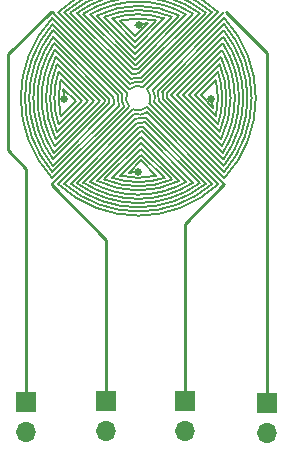
<source format=gtl>
G04 #@! TF.GenerationSoftware,KiCad,Pcbnew,(6.0.5)*
G04 #@! TF.CreationDate,2022-12-29T12:01:20-08:00*
G04 #@! TF.ProjectId,micro-motor-proto-02,6d696372-6f2d-46d6-9f74-6f722d70726f,rev?*
G04 #@! TF.SameCoordinates,Original*
G04 #@! TF.FileFunction,Copper,L1,Top*
G04 #@! TF.FilePolarity,Positive*
%FSLAX46Y46*%
G04 Gerber Fmt 4.6, Leading zero omitted, Abs format (unit mm)*
G04 Created by KiCad (PCBNEW (6.0.5)) date 2022-12-29 12:01:20*
%MOMM*%
%LPD*%
G01*
G04 APERTURE LIST*
G04 #@! TA.AperFunction,ComponentPad*
%ADD10R,1.700000X1.700000*%
G04 #@! TD*
G04 #@! TA.AperFunction,ComponentPad*
%ADD11O,1.700000X1.700000*%
G04 #@! TD*
G04 #@! TA.AperFunction,ViaPad*
%ADD12C,0.650000*%
G04 #@! TD*
G04 #@! TA.AperFunction,Conductor*
%ADD13C,0.203200*%
G04 #@! TD*
G04 #@! TA.AperFunction,Conductor*
%ADD14C,0.250000*%
G04 #@! TD*
G04 APERTURE END LIST*
D10*
X37986052Y-76188129D03*
D11*
X37986052Y-78728129D03*
D10*
X51386052Y-76123129D03*
D11*
X51386052Y-78663129D03*
D10*
X44756885Y-76090187D03*
D11*
X44756885Y-78630187D03*
D10*
X58361052Y-76263129D03*
D11*
X58361052Y-78803129D03*
D12*
X47434500Y-56705500D03*
X41211500Y-50482500D03*
X47511676Y-44245415D03*
X53657500Y-50482500D03*
D13*
X47709381Y-54210350D02*
X44593103Y-57326628D01*
X53192144Y-57681534D02*
X47997070Y-52486461D01*
X52651896Y-57644180D02*
X47882792Y-52875077D01*
X47709382Y-55719033D02*
X46648075Y-56780341D01*
X52097522Y-57592701D02*
X47756467Y-53251646D01*
X47010192Y-51389278D02*
X40678730Y-57720741D01*
X48999395Y-57009046D02*
X47709382Y-55719033D01*
X47709381Y-53707455D02*
X43979387Y-57437450D01*
X51526717Y-57524792D02*
X47709381Y-53707455D01*
X54744528Y-57725236D02*
X48200963Y-51181669D01*
X47102879Y-51799486D02*
X41195795Y-57706570D01*
X47499556Y-52911491D02*
X42818348Y-57592701D01*
X47354443Y-52553711D02*
X42263973Y-57644181D01*
D14*
X51386052Y-76123129D02*
X51386052Y-61083712D01*
D13*
X54237139Y-57720741D02*
X48168649Y-51652251D01*
X53720073Y-57706570D02*
X48094961Y-52081458D01*
D14*
X51386052Y-61083712D02*
X54744528Y-57725236D01*
D13*
X50936481Y-57437449D02*
X47709381Y-54210350D01*
X47220665Y-52184595D02*
X41723726Y-57681534D01*
X50322765Y-57326628D02*
X47709382Y-54713244D01*
X47653252Y-53260691D02*
X43389151Y-57524792D01*
X46648075Y-56780341D02*
X47709382Y-56602458D01*
X49679881Y-57186638D02*
X47709382Y-55216138D01*
X47709382Y-54713244D02*
X45235987Y-57186639D01*
X47709382Y-55216138D02*
X45916474Y-57009045D01*
X49679875Y-57186619D02*
G75*
G02*
X45235987Y-57186639I-2221975J6748019D01*
G01*
X47499556Y-52911487D02*
G75*
G03*
X47882792Y-52875077I-41556J2472487D01*
G01*
X52097522Y-57592701D02*
G75*
G02*
X42818348Y-57592701I-4639587J7154062D01*
G01*
X50936480Y-57437447D02*
G75*
G02*
X43979387Y-57437450I-3478550J6998787D01*
G01*
X52651893Y-57644176D02*
G75*
G02*
X42263974Y-57644180I-5193963J7205536D01*
G01*
X48999391Y-57009029D02*
G75*
G02*
X45916474Y-57009044I-1541491J6570429D01*
G01*
X51526717Y-57524792D02*
G75*
G02*
X43389151Y-57524792I-4068783J7086153D01*
G01*
X47010179Y-51389305D02*
G75*
G03*
X48200963Y-51181669I447721J950705D01*
G01*
X54237139Y-57720741D02*
G75*
G02*
X40678730Y-57720741I-6779204J7282099D01*
G01*
X47102873Y-51799507D02*
G75*
G03*
X48168649Y-51652251I355027J1360907D01*
G01*
X47354442Y-52553723D02*
G75*
G03*
X47997070Y-52486460I103458J2115023D01*
G01*
X47220663Y-52184609D02*
G75*
G03*
X48094961Y-52081458I237237J1746009D01*
G01*
X53720073Y-57706570D02*
G75*
G02*
X41195795Y-57706570I-6262139J7267928D01*
G01*
X53192143Y-57681533D02*
G75*
G02*
X41723727Y-57681533I-5734208J7242894D01*
G01*
X47653252Y-53260691D02*
G75*
G03*
X47756467Y-53251646I-195352J2822591D01*
G01*
X50322765Y-57326627D02*
G75*
G02*
X44593103Y-57326627I-2864831J6887992D01*
G01*
X45342865Y-50335150D02*
X40252395Y-45244680D01*
X40252396Y-55632603D02*
X45021500Y-50863500D01*
X43183333Y-50690089D02*
X40709938Y-48216696D01*
X45711983Y-50201373D02*
X40215042Y-44704434D01*
X40887531Y-51980103D02*
X42177544Y-50690089D01*
X46507299Y-49990902D02*
X40175836Y-43659437D01*
X40459126Y-53917189D02*
X43686227Y-50690090D01*
X40171340Y-57725236D02*
X46714907Y-51181670D01*
D14*
X44767500Y-62420500D02*
X40132000Y-57785000D01*
D13*
X41116237Y-49628782D02*
X41294118Y-50690089D01*
X40215042Y-56172852D02*
X45410116Y-50977778D01*
D14*
X44767500Y-76073000D02*
X44767500Y-62420500D01*
X44756885Y-76090187D02*
X44756885Y-76083615D01*
D13*
X44635886Y-50633959D02*
X40371785Y-46369859D01*
X40190006Y-56700781D02*
X45815120Y-51075668D01*
X42177544Y-50690089D02*
X41116237Y-49628782D01*
X44985084Y-50480264D02*
X40303876Y-45799055D01*
X40569949Y-53303474D02*
X43183333Y-50690089D01*
X46097091Y-50083586D02*
X40190007Y-44176503D01*
X44189121Y-50690089D02*
X40459127Y-46960095D01*
X40709938Y-52660589D02*
X42680438Y-50690089D01*
X40175836Y-57217846D02*
X46244326Y-51149357D01*
X43686227Y-50690090D02*
X40569949Y-47573811D01*
D14*
X44756885Y-76083615D02*
X44767500Y-76073000D01*
D13*
X40303876Y-55078229D02*
X44644931Y-50737174D01*
X40371785Y-54507425D02*
X44189121Y-50690089D01*
X42680438Y-50690089D02*
X40887531Y-48897181D01*
X40709940Y-52660588D02*
G75*
G02*
X40709938Y-48216696I6748030J2221948D01*
G01*
X40175838Y-57217844D02*
G75*
G02*
X40175836Y-43659437I7282092J6779204D01*
G01*
X45711961Y-50201370D02*
G75*
G03*
X45815120Y-51075668I1745939J-237230D01*
G01*
X40215045Y-56172849D02*
G75*
G02*
X40215042Y-44704434I7242895J5734209D01*
G01*
X40371787Y-54507424D02*
G75*
G02*
X40371786Y-46369859I7086153J4068784D01*
G01*
X46097057Y-50083577D02*
G75*
G03*
X46244327Y-51149357I1360843J-355023D01*
G01*
X40459129Y-53917188D02*
G75*
G02*
X40459127Y-46960095I6998811J3478548D01*
G01*
X40887532Y-51980103D02*
G75*
G02*
X40887532Y-48897181I6570428J1541463D01*
G01*
X46507249Y-49990879D02*
G75*
G03*
X46714907Y-51181670I950651J-447721D01*
G01*
X44635887Y-50633959D02*
G75*
G03*
X44644932Y-50737174I2822613J195359D01*
G01*
X40190009Y-56700778D02*
G75*
G02*
X40190008Y-44176504I7267921J6262138D01*
G01*
X40252398Y-55632602D02*
G75*
G02*
X40252396Y-45244681I7205542J5193962D01*
G01*
X44985078Y-50480264D02*
G75*
G03*
X45021500Y-50863500I2472822J41664D01*
G01*
X40569951Y-53303473D02*
G75*
G02*
X40569949Y-47573811I6887979J2864833D01*
G01*
X40303878Y-55078227D02*
G75*
G02*
X40303877Y-45799055I7154062J4639587D01*
G01*
X45342852Y-50335149D02*
G75*
G03*
X45410117Y-50977778I2115048J-103451D01*
G01*
X47200514Y-46672724D02*
X50316792Y-43556445D01*
X47555453Y-48329361D02*
X52645922Y-43238892D01*
X40672756Y-43162332D02*
X46741246Y-49230823D01*
D14*
X37986052Y-56401052D02*
X36449000Y-54864000D01*
D13*
X42257999Y-43238892D02*
X47027102Y-48007997D01*
X47899702Y-49493796D02*
X54231165Y-43162332D01*
X48261820Y-44102733D02*
X47200512Y-44280615D01*
X47200513Y-46169829D02*
X49673908Y-43696435D01*
X47256643Y-47622383D02*
X51520743Y-43358282D01*
X40165367Y-43157838D02*
X46708933Y-49701403D01*
X42812373Y-43290372D02*
X47153429Y-47631428D01*
X45910500Y-43874027D02*
X47200513Y-45164040D01*
X47807016Y-49083587D02*
X53714100Y-43176504D01*
X47200513Y-45666935D02*
X48993421Y-43874028D01*
X43973413Y-43445624D02*
X47200514Y-46672724D01*
X47410340Y-47971581D02*
X52091548Y-43290373D01*
X45230013Y-43696435D02*
X47200513Y-45666935D01*
D14*
X36449000Y-46736000D02*
X40027162Y-43157838D01*
D13*
X44587129Y-43556445D02*
X47200513Y-46169829D01*
D14*
X37986052Y-76188129D02*
X37986052Y-56401052D01*
D13*
X41717751Y-43201538D02*
X46912824Y-48396612D01*
X47200514Y-47175618D02*
X50930509Y-43445624D01*
X47689230Y-48698479D02*
X53186170Y-43201539D01*
X41189822Y-43176504D02*
X46814935Y-48801617D01*
D14*
X40027162Y-43157838D02*
X40275249Y-43157838D01*
D13*
X43383177Y-43358282D02*
X47200514Y-47175618D01*
D14*
X36449000Y-54864000D02*
X36449000Y-46736000D01*
D13*
X47200513Y-45164040D02*
X48261820Y-44102733D01*
X47256643Y-47622384D02*
G75*
G03*
X47153429Y-47631428I195357J-2822816D01*
G01*
X47899724Y-49493750D02*
G75*
G03*
X46708934Y-49701404I-447724J-950650D01*
G01*
X47807024Y-49083556D02*
G75*
G03*
X46741246Y-49230824I-355024J-1360844D01*
G01*
X41717751Y-43201539D02*
G75*
G02*
X53186170Y-43201539I5734209J-7242891D01*
G01*
X43383177Y-43358283D02*
G75*
G02*
X51520743Y-43358283I4068783J-7086145D01*
G01*
X40672757Y-43162333D02*
G75*
G02*
X54231165Y-43162332I6779204J-7282098D01*
G01*
X42258000Y-43238893D02*
G75*
G02*
X52645922Y-43238893I5193961J-7205543D01*
G01*
X47555453Y-48329351D02*
G75*
G03*
X46912824Y-48396612I-103453J-2115149D01*
G01*
X47410340Y-47971576D02*
G75*
G03*
X47027102Y-48007998I41660J-2472824D01*
G01*
X45910504Y-43874046D02*
G75*
G02*
X48993421Y-43874028I1541496J-6570354D01*
G01*
X41189822Y-43176504D02*
G75*
G02*
X53714100Y-43176504I6262139J-7267924D01*
G01*
X45230013Y-43696436D02*
G75*
G02*
X49673908Y-43696436I2221948J-6748017D01*
G01*
X47689233Y-48698459D02*
G75*
G03*
X46814935Y-48801617I-237233J-1745941D01*
G01*
X44587129Y-43556445D02*
G75*
G02*
X50316792Y-43556445I2864831J-6887982D01*
G01*
X42812373Y-43290373D02*
G75*
G02*
X52091548Y-43290373I4639587J-7154057D01*
G01*
X43973413Y-43445624D02*
G75*
G02*
X50930509Y-43445624I3478548J-6998802D01*
G01*
X52738326Y-50187195D02*
X53799632Y-51248502D01*
X50279984Y-50243325D02*
X54544084Y-54507424D01*
X54345921Y-47573811D02*
X51732536Y-50187195D01*
X51229642Y-50187196D02*
X54345920Y-53303473D01*
X53799632Y-51248502D02*
X53621750Y-50187196D01*
X54663473Y-45244680D02*
X49894369Y-50013786D01*
X49573004Y-50542134D02*
X54663474Y-55632603D01*
X49930784Y-50397021D02*
X54611993Y-55078229D01*
X49203887Y-50675911D02*
X54700826Y-56172851D01*
D14*
X58361052Y-76263129D02*
X58361052Y-46613552D01*
D13*
X50726748Y-50187195D02*
X54456742Y-53917190D01*
X51732536Y-50187195D02*
X54205930Y-52660589D01*
X52235431Y-50187195D02*
X54028338Y-51980102D01*
X54205931Y-48216695D02*
X52235431Y-50187195D01*
X54740033Y-43659437D02*
X48671543Y-49727928D01*
X54456742Y-46960095D02*
X51229642Y-50187196D01*
D14*
X58361052Y-46613552D02*
X54864000Y-43116500D01*
D13*
X54700826Y-44704434D02*
X49505753Y-49899506D01*
X54611993Y-45799055D02*
X50270939Y-50140110D01*
X48408569Y-50886383D02*
X54740034Y-57217846D01*
X54544085Y-46369859D02*
X50726748Y-50187195D01*
X54725862Y-44176503D02*
X49100749Y-49801616D01*
X54028338Y-48897182D02*
X52738326Y-50187195D01*
X54744528Y-43152048D02*
X48200962Y-49695614D01*
X48818779Y-50793697D02*
X54725863Y-56700781D01*
X54611994Y-45799054D02*
G75*
G02*
X54611992Y-55078228I-7154064J-4639586D01*
G01*
X54725864Y-44176501D02*
G75*
G02*
X54725863Y-56700781I-7267924J-6262139D01*
G01*
X54205931Y-48216695D02*
G75*
G02*
X54205930Y-52660589I-6748001J-2221945D01*
G01*
X54028338Y-48897182D02*
G75*
G02*
X54028337Y-51980102I-6570418J-1541458D01*
G01*
X54740035Y-43659435D02*
G75*
G02*
X54740034Y-57217846I-7282095J-6779205D01*
G01*
X54700828Y-44704432D02*
G75*
G02*
X54700826Y-56172851I-7242898J-5734208D01*
G01*
X49930780Y-50397021D02*
G75*
G03*
X49894368Y-50013786I-2472580J-41579D01*
G01*
X54663474Y-45244679D02*
G75*
G02*
X54663473Y-55632603I-7205534J-5193961D01*
G01*
X49203863Y-50675908D02*
G75*
G03*
X49100749Y-49801616I-1745963J237308D01*
G01*
X54544085Y-46369859D02*
G75*
G02*
X54544083Y-54507424I-7086145J-4068781D01*
G01*
X54345921Y-47573811D02*
G75*
G02*
X54345919Y-53303473I-6887991J-2864829D01*
G01*
X48408520Y-50886360D02*
G75*
G03*
X48200962Y-49695614I-950620J447760D01*
G01*
X50279984Y-50243325D02*
G75*
G03*
X50270938Y-50140110I-2822584J-195375D01*
G01*
X48818744Y-50793688D02*
G75*
G03*
X48671543Y-49727928I-1360844J355088D01*
G01*
X49572990Y-50542133D02*
G75*
G03*
X49505753Y-49899506I-2115090J103533D01*
G01*
X54456743Y-46960094D02*
G75*
G02*
X54456741Y-53917190I-6998803J-3478546D01*
G01*
M02*

</source>
